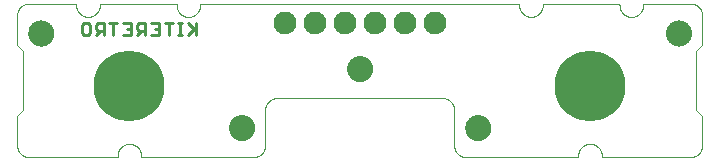
<source format=gbs>
G75*
%MOIN*%
%OFA0B0*%
%FSLAX25Y25*%
%IPPOS*%
%LPD*%
%AMOC8*
5,1,8,0,0,1.08239X$1,22.5*
%
%ADD10C,0.00000*%
%ADD11C,0.08468*%
%ADD12C,0.01000*%
%ADD13C,0.23622*%
%ADD14C,0.06106*%
%ADD15C,0.07600*%
D10*
X0007206Y0003269D02*
X0036733Y0003269D01*
X0036733Y0003761D01*
X0040670Y0007698D02*
X0040794Y0007696D01*
X0040917Y0007690D01*
X0041041Y0007681D01*
X0041163Y0007667D01*
X0041286Y0007650D01*
X0041408Y0007628D01*
X0041529Y0007603D01*
X0041649Y0007574D01*
X0041768Y0007542D01*
X0041887Y0007505D01*
X0042004Y0007465D01*
X0042119Y0007422D01*
X0042234Y0007374D01*
X0042346Y0007323D01*
X0042457Y0007269D01*
X0042567Y0007211D01*
X0042674Y0007150D01*
X0042780Y0007085D01*
X0042883Y0007017D01*
X0042984Y0006946D01*
X0043083Y0006872D01*
X0043180Y0006795D01*
X0043274Y0006714D01*
X0043365Y0006631D01*
X0043454Y0006545D01*
X0043540Y0006456D01*
X0043623Y0006365D01*
X0043704Y0006271D01*
X0043781Y0006174D01*
X0043855Y0006075D01*
X0043926Y0005974D01*
X0043994Y0005871D01*
X0044059Y0005765D01*
X0044120Y0005658D01*
X0044178Y0005548D01*
X0044232Y0005437D01*
X0044283Y0005325D01*
X0044331Y0005210D01*
X0044374Y0005095D01*
X0044414Y0004978D01*
X0044451Y0004859D01*
X0044483Y0004740D01*
X0044512Y0004620D01*
X0044537Y0004499D01*
X0044559Y0004377D01*
X0044576Y0004254D01*
X0044590Y0004132D01*
X0044599Y0004008D01*
X0044605Y0003885D01*
X0044607Y0003761D01*
X0044607Y0003269D01*
X0082009Y0003269D01*
X0082133Y0003271D01*
X0082256Y0003277D01*
X0082380Y0003286D01*
X0082502Y0003300D01*
X0082625Y0003317D01*
X0082747Y0003339D01*
X0082868Y0003364D01*
X0082988Y0003393D01*
X0083107Y0003425D01*
X0083226Y0003462D01*
X0083343Y0003502D01*
X0083458Y0003545D01*
X0083573Y0003593D01*
X0083685Y0003644D01*
X0083796Y0003698D01*
X0083906Y0003756D01*
X0084013Y0003817D01*
X0084119Y0003882D01*
X0084222Y0003950D01*
X0084323Y0004021D01*
X0084422Y0004095D01*
X0084519Y0004172D01*
X0084613Y0004253D01*
X0084704Y0004336D01*
X0084793Y0004422D01*
X0084879Y0004511D01*
X0084962Y0004602D01*
X0085043Y0004696D01*
X0085120Y0004793D01*
X0085194Y0004892D01*
X0085265Y0004993D01*
X0085333Y0005096D01*
X0085398Y0005202D01*
X0085459Y0005309D01*
X0085517Y0005419D01*
X0085571Y0005530D01*
X0085622Y0005642D01*
X0085670Y0005757D01*
X0085713Y0005872D01*
X0085753Y0005989D01*
X0085790Y0006108D01*
X0085822Y0006227D01*
X0085851Y0006347D01*
X0085876Y0006468D01*
X0085898Y0006590D01*
X0085915Y0006713D01*
X0085929Y0006835D01*
X0085938Y0006959D01*
X0085944Y0007082D01*
X0085946Y0007206D01*
X0085946Y0019017D01*
X0085948Y0019141D01*
X0085954Y0019264D01*
X0085963Y0019388D01*
X0085977Y0019510D01*
X0085994Y0019633D01*
X0086016Y0019755D01*
X0086041Y0019876D01*
X0086070Y0019996D01*
X0086102Y0020115D01*
X0086139Y0020234D01*
X0086179Y0020351D01*
X0086222Y0020466D01*
X0086270Y0020581D01*
X0086321Y0020693D01*
X0086375Y0020804D01*
X0086433Y0020914D01*
X0086494Y0021021D01*
X0086559Y0021127D01*
X0086627Y0021230D01*
X0086698Y0021331D01*
X0086772Y0021430D01*
X0086849Y0021527D01*
X0086930Y0021621D01*
X0087013Y0021712D01*
X0087099Y0021801D01*
X0087188Y0021887D01*
X0087279Y0021970D01*
X0087373Y0022051D01*
X0087470Y0022128D01*
X0087569Y0022202D01*
X0087670Y0022273D01*
X0087773Y0022341D01*
X0087879Y0022406D01*
X0087986Y0022467D01*
X0088096Y0022525D01*
X0088207Y0022579D01*
X0088319Y0022630D01*
X0088434Y0022678D01*
X0088549Y0022721D01*
X0088666Y0022761D01*
X0088785Y0022798D01*
X0088904Y0022830D01*
X0089024Y0022859D01*
X0089145Y0022884D01*
X0089267Y0022906D01*
X0089390Y0022923D01*
X0089512Y0022937D01*
X0089636Y0022946D01*
X0089759Y0022952D01*
X0089883Y0022954D01*
X0145001Y0022954D01*
X0145125Y0022952D01*
X0145248Y0022946D01*
X0145372Y0022937D01*
X0145494Y0022923D01*
X0145617Y0022906D01*
X0145739Y0022884D01*
X0145860Y0022859D01*
X0145980Y0022830D01*
X0146099Y0022798D01*
X0146218Y0022761D01*
X0146335Y0022721D01*
X0146450Y0022678D01*
X0146565Y0022630D01*
X0146677Y0022579D01*
X0146788Y0022525D01*
X0146898Y0022467D01*
X0147005Y0022406D01*
X0147111Y0022341D01*
X0147214Y0022273D01*
X0147315Y0022202D01*
X0147414Y0022128D01*
X0147511Y0022051D01*
X0147605Y0021970D01*
X0147696Y0021887D01*
X0147785Y0021801D01*
X0147871Y0021712D01*
X0147954Y0021621D01*
X0148035Y0021527D01*
X0148112Y0021430D01*
X0148186Y0021331D01*
X0148257Y0021230D01*
X0148325Y0021127D01*
X0148390Y0021021D01*
X0148451Y0020914D01*
X0148509Y0020804D01*
X0148563Y0020693D01*
X0148614Y0020581D01*
X0148662Y0020466D01*
X0148705Y0020351D01*
X0148745Y0020234D01*
X0148782Y0020115D01*
X0148814Y0019996D01*
X0148843Y0019876D01*
X0148868Y0019755D01*
X0148890Y0019633D01*
X0148907Y0019510D01*
X0148921Y0019388D01*
X0148930Y0019264D01*
X0148936Y0019141D01*
X0148938Y0019017D01*
X0148938Y0007206D01*
X0148940Y0007082D01*
X0148946Y0006959D01*
X0148955Y0006835D01*
X0148969Y0006713D01*
X0148986Y0006590D01*
X0149008Y0006468D01*
X0149033Y0006347D01*
X0149062Y0006227D01*
X0149094Y0006108D01*
X0149131Y0005989D01*
X0149171Y0005872D01*
X0149214Y0005757D01*
X0149262Y0005642D01*
X0149313Y0005530D01*
X0149367Y0005419D01*
X0149425Y0005309D01*
X0149486Y0005202D01*
X0149551Y0005096D01*
X0149619Y0004993D01*
X0149690Y0004892D01*
X0149764Y0004793D01*
X0149841Y0004696D01*
X0149922Y0004602D01*
X0150005Y0004511D01*
X0150091Y0004422D01*
X0150180Y0004336D01*
X0150271Y0004253D01*
X0150365Y0004172D01*
X0150462Y0004095D01*
X0150561Y0004021D01*
X0150662Y0003950D01*
X0150765Y0003882D01*
X0150871Y0003817D01*
X0150978Y0003756D01*
X0151088Y0003698D01*
X0151199Y0003644D01*
X0151311Y0003593D01*
X0151426Y0003545D01*
X0151541Y0003502D01*
X0151658Y0003462D01*
X0151777Y0003425D01*
X0151896Y0003393D01*
X0152016Y0003364D01*
X0152137Y0003339D01*
X0152259Y0003317D01*
X0152382Y0003300D01*
X0152504Y0003286D01*
X0152628Y0003277D01*
X0152751Y0003271D01*
X0152875Y0003269D01*
X0190276Y0003269D01*
X0190276Y0003761D01*
X0194213Y0007698D02*
X0194337Y0007696D01*
X0194460Y0007690D01*
X0194584Y0007681D01*
X0194706Y0007667D01*
X0194829Y0007650D01*
X0194951Y0007628D01*
X0195072Y0007603D01*
X0195192Y0007574D01*
X0195311Y0007542D01*
X0195430Y0007505D01*
X0195547Y0007465D01*
X0195662Y0007422D01*
X0195777Y0007374D01*
X0195889Y0007323D01*
X0196000Y0007269D01*
X0196110Y0007211D01*
X0196217Y0007150D01*
X0196323Y0007085D01*
X0196426Y0007017D01*
X0196527Y0006946D01*
X0196626Y0006872D01*
X0196723Y0006795D01*
X0196817Y0006714D01*
X0196908Y0006631D01*
X0196997Y0006545D01*
X0197083Y0006456D01*
X0197166Y0006365D01*
X0197247Y0006271D01*
X0197324Y0006174D01*
X0197398Y0006075D01*
X0197469Y0005974D01*
X0197537Y0005871D01*
X0197602Y0005765D01*
X0197663Y0005658D01*
X0197721Y0005548D01*
X0197775Y0005437D01*
X0197826Y0005325D01*
X0197874Y0005210D01*
X0197917Y0005095D01*
X0197957Y0004978D01*
X0197994Y0004859D01*
X0198026Y0004740D01*
X0198055Y0004620D01*
X0198080Y0004499D01*
X0198102Y0004377D01*
X0198119Y0004254D01*
X0198133Y0004132D01*
X0198142Y0004008D01*
X0198148Y0003885D01*
X0198150Y0003761D01*
X0198150Y0003269D01*
X0227678Y0003269D01*
X0227802Y0003271D01*
X0227925Y0003277D01*
X0228049Y0003286D01*
X0228171Y0003300D01*
X0228294Y0003317D01*
X0228416Y0003339D01*
X0228537Y0003364D01*
X0228657Y0003393D01*
X0228776Y0003425D01*
X0228895Y0003462D01*
X0229012Y0003502D01*
X0229127Y0003545D01*
X0229242Y0003593D01*
X0229354Y0003644D01*
X0229465Y0003698D01*
X0229575Y0003756D01*
X0229682Y0003817D01*
X0229788Y0003882D01*
X0229891Y0003950D01*
X0229992Y0004021D01*
X0230091Y0004095D01*
X0230188Y0004172D01*
X0230282Y0004253D01*
X0230373Y0004336D01*
X0230462Y0004422D01*
X0230548Y0004511D01*
X0230631Y0004602D01*
X0230712Y0004696D01*
X0230789Y0004793D01*
X0230863Y0004892D01*
X0230934Y0004993D01*
X0231002Y0005096D01*
X0231067Y0005202D01*
X0231128Y0005309D01*
X0231186Y0005419D01*
X0231240Y0005530D01*
X0231291Y0005642D01*
X0231339Y0005757D01*
X0231382Y0005872D01*
X0231422Y0005989D01*
X0231459Y0006108D01*
X0231491Y0006227D01*
X0231520Y0006347D01*
X0231545Y0006468D01*
X0231567Y0006590D01*
X0231584Y0006713D01*
X0231598Y0006835D01*
X0231607Y0006959D01*
X0231613Y0007082D01*
X0231615Y0007206D01*
X0231615Y0017048D01*
X0229646Y0019017D01*
X0229646Y0038702D01*
X0231615Y0040670D01*
X0231615Y0050513D01*
X0231613Y0050637D01*
X0231607Y0050760D01*
X0231598Y0050884D01*
X0231584Y0051006D01*
X0231567Y0051129D01*
X0231545Y0051251D01*
X0231520Y0051372D01*
X0231491Y0051492D01*
X0231459Y0051611D01*
X0231422Y0051730D01*
X0231382Y0051847D01*
X0231339Y0051962D01*
X0231291Y0052077D01*
X0231240Y0052189D01*
X0231186Y0052300D01*
X0231128Y0052410D01*
X0231067Y0052517D01*
X0231002Y0052623D01*
X0230934Y0052726D01*
X0230863Y0052827D01*
X0230789Y0052926D01*
X0230712Y0053023D01*
X0230631Y0053117D01*
X0230548Y0053208D01*
X0230462Y0053297D01*
X0230373Y0053383D01*
X0230282Y0053466D01*
X0230188Y0053547D01*
X0230091Y0053624D01*
X0229992Y0053698D01*
X0229891Y0053769D01*
X0229788Y0053837D01*
X0229682Y0053902D01*
X0229575Y0053963D01*
X0229465Y0054021D01*
X0229354Y0054075D01*
X0229242Y0054126D01*
X0229127Y0054174D01*
X0229012Y0054217D01*
X0228895Y0054257D01*
X0228776Y0054294D01*
X0228657Y0054326D01*
X0228537Y0054355D01*
X0228416Y0054380D01*
X0228294Y0054402D01*
X0228171Y0054419D01*
X0228049Y0054433D01*
X0227925Y0054442D01*
X0227802Y0054448D01*
X0227678Y0054450D01*
X0211930Y0054450D01*
X0211930Y0053957D01*
X0207993Y0050020D02*
X0207869Y0050022D01*
X0207746Y0050028D01*
X0207622Y0050037D01*
X0207500Y0050051D01*
X0207377Y0050068D01*
X0207255Y0050090D01*
X0207134Y0050115D01*
X0207014Y0050144D01*
X0206895Y0050176D01*
X0206776Y0050213D01*
X0206659Y0050253D01*
X0206544Y0050296D01*
X0206429Y0050344D01*
X0206317Y0050395D01*
X0206206Y0050449D01*
X0206096Y0050507D01*
X0205989Y0050568D01*
X0205883Y0050633D01*
X0205780Y0050701D01*
X0205679Y0050772D01*
X0205580Y0050846D01*
X0205483Y0050923D01*
X0205389Y0051004D01*
X0205298Y0051087D01*
X0205209Y0051173D01*
X0205123Y0051262D01*
X0205040Y0051353D01*
X0204959Y0051447D01*
X0204882Y0051544D01*
X0204808Y0051643D01*
X0204737Y0051744D01*
X0204669Y0051847D01*
X0204604Y0051953D01*
X0204543Y0052060D01*
X0204485Y0052170D01*
X0204431Y0052281D01*
X0204380Y0052393D01*
X0204332Y0052508D01*
X0204289Y0052623D01*
X0204249Y0052740D01*
X0204212Y0052859D01*
X0204180Y0052978D01*
X0204151Y0053098D01*
X0204126Y0053219D01*
X0204104Y0053341D01*
X0204087Y0053464D01*
X0204073Y0053586D01*
X0204064Y0053710D01*
X0204058Y0053833D01*
X0204056Y0053957D01*
X0204056Y0054450D01*
X0178465Y0054450D01*
X0178465Y0053957D01*
X0174528Y0050020D02*
X0174404Y0050022D01*
X0174281Y0050028D01*
X0174157Y0050037D01*
X0174035Y0050051D01*
X0173912Y0050068D01*
X0173790Y0050090D01*
X0173669Y0050115D01*
X0173549Y0050144D01*
X0173430Y0050176D01*
X0173311Y0050213D01*
X0173194Y0050253D01*
X0173079Y0050296D01*
X0172964Y0050344D01*
X0172852Y0050395D01*
X0172741Y0050449D01*
X0172631Y0050507D01*
X0172524Y0050568D01*
X0172418Y0050633D01*
X0172315Y0050701D01*
X0172214Y0050772D01*
X0172115Y0050846D01*
X0172018Y0050923D01*
X0171924Y0051004D01*
X0171833Y0051087D01*
X0171744Y0051173D01*
X0171658Y0051262D01*
X0171575Y0051353D01*
X0171494Y0051447D01*
X0171417Y0051544D01*
X0171343Y0051643D01*
X0171272Y0051744D01*
X0171204Y0051847D01*
X0171139Y0051953D01*
X0171078Y0052060D01*
X0171020Y0052170D01*
X0170966Y0052281D01*
X0170915Y0052393D01*
X0170867Y0052508D01*
X0170824Y0052623D01*
X0170784Y0052740D01*
X0170747Y0052859D01*
X0170715Y0052978D01*
X0170686Y0053098D01*
X0170661Y0053219D01*
X0170639Y0053341D01*
X0170622Y0053464D01*
X0170608Y0053586D01*
X0170599Y0053710D01*
X0170593Y0053833D01*
X0170591Y0053957D01*
X0170591Y0054450D01*
X0064292Y0054450D01*
X0064292Y0053957D01*
X0060355Y0050020D02*
X0060231Y0050022D01*
X0060108Y0050028D01*
X0059984Y0050037D01*
X0059862Y0050051D01*
X0059739Y0050068D01*
X0059617Y0050090D01*
X0059496Y0050115D01*
X0059376Y0050144D01*
X0059257Y0050176D01*
X0059138Y0050213D01*
X0059021Y0050253D01*
X0058906Y0050296D01*
X0058791Y0050344D01*
X0058679Y0050395D01*
X0058568Y0050449D01*
X0058458Y0050507D01*
X0058351Y0050568D01*
X0058245Y0050633D01*
X0058142Y0050701D01*
X0058041Y0050772D01*
X0057942Y0050846D01*
X0057845Y0050923D01*
X0057751Y0051004D01*
X0057660Y0051087D01*
X0057571Y0051173D01*
X0057485Y0051262D01*
X0057402Y0051353D01*
X0057321Y0051447D01*
X0057244Y0051544D01*
X0057170Y0051643D01*
X0057099Y0051744D01*
X0057031Y0051847D01*
X0056966Y0051953D01*
X0056905Y0052060D01*
X0056847Y0052170D01*
X0056793Y0052281D01*
X0056742Y0052393D01*
X0056694Y0052508D01*
X0056651Y0052623D01*
X0056611Y0052740D01*
X0056574Y0052859D01*
X0056542Y0052978D01*
X0056513Y0053098D01*
X0056488Y0053219D01*
X0056466Y0053341D01*
X0056449Y0053464D01*
X0056435Y0053586D01*
X0056426Y0053710D01*
X0056420Y0053833D01*
X0056418Y0053957D01*
X0056418Y0054450D01*
X0030828Y0054450D01*
X0030828Y0053957D01*
X0026891Y0050020D02*
X0026767Y0050022D01*
X0026644Y0050028D01*
X0026520Y0050037D01*
X0026398Y0050051D01*
X0026275Y0050068D01*
X0026153Y0050090D01*
X0026032Y0050115D01*
X0025912Y0050144D01*
X0025793Y0050176D01*
X0025674Y0050213D01*
X0025557Y0050253D01*
X0025442Y0050296D01*
X0025327Y0050344D01*
X0025215Y0050395D01*
X0025104Y0050449D01*
X0024994Y0050507D01*
X0024887Y0050568D01*
X0024781Y0050633D01*
X0024678Y0050701D01*
X0024577Y0050772D01*
X0024478Y0050846D01*
X0024381Y0050923D01*
X0024287Y0051004D01*
X0024196Y0051087D01*
X0024107Y0051173D01*
X0024021Y0051262D01*
X0023938Y0051353D01*
X0023857Y0051447D01*
X0023780Y0051544D01*
X0023706Y0051643D01*
X0023635Y0051744D01*
X0023567Y0051847D01*
X0023502Y0051953D01*
X0023441Y0052060D01*
X0023383Y0052170D01*
X0023329Y0052281D01*
X0023278Y0052393D01*
X0023230Y0052508D01*
X0023187Y0052623D01*
X0023147Y0052740D01*
X0023110Y0052859D01*
X0023078Y0052978D01*
X0023049Y0053098D01*
X0023024Y0053219D01*
X0023002Y0053341D01*
X0022985Y0053464D01*
X0022971Y0053586D01*
X0022962Y0053710D01*
X0022956Y0053833D01*
X0022954Y0053957D01*
X0022954Y0054450D01*
X0007206Y0054450D01*
X0007082Y0054448D01*
X0006959Y0054442D01*
X0006835Y0054433D01*
X0006713Y0054419D01*
X0006590Y0054402D01*
X0006468Y0054380D01*
X0006347Y0054355D01*
X0006227Y0054326D01*
X0006108Y0054294D01*
X0005989Y0054257D01*
X0005872Y0054217D01*
X0005757Y0054174D01*
X0005642Y0054126D01*
X0005530Y0054075D01*
X0005419Y0054021D01*
X0005309Y0053963D01*
X0005202Y0053902D01*
X0005096Y0053837D01*
X0004993Y0053769D01*
X0004892Y0053698D01*
X0004793Y0053624D01*
X0004696Y0053547D01*
X0004602Y0053466D01*
X0004511Y0053383D01*
X0004422Y0053297D01*
X0004336Y0053208D01*
X0004253Y0053117D01*
X0004172Y0053023D01*
X0004095Y0052926D01*
X0004021Y0052827D01*
X0003950Y0052726D01*
X0003882Y0052623D01*
X0003817Y0052517D01*
X0003756Y0052410D01*
X0003698Y0052300D01*
X0003644Y0052189D01*
X0003593Y0052077D01*
X0003545Y0051962D01*
X0003502Y0051847D01*
X0003462Y0051730D01*
X0003425Y0051611D01*
X0003393Y0051492D01*
X0003364Y0051372D01*
X0003339Y0051251D01*
X0003317Y0051129D01*
X0003300Y0051006D01*
X0003286Y0050884D01*
X0003277Y0050760D01*
X0003271Y0050637D01*
X0003269Y0050513D01*
X0003269Y0040670D01*
X0005237Y0038702D01*
X0005237Y0019017D01*
X0003269Y0017048D01*
X0003269Y0007206D01*
X0003271Y0007082D01*
X0003277Y0006959D01*
X0003286Y0006835D01*
X0003300Y0006713D01*
X0003317Y0006590D01*
X0003339Y0006468D01*
X0003364Y0006347D01*
X0003393Y0006227D01*
X0003425Y0006108D01*
X0003462Y0005989D01*
X0003502Y0005872D01*
X0003545Y0005757D01*
X0003593Y0005642D01*
X0003644Y0005530D01*
X0003698Y0005419D01*
X0003756Y0005309D01*
X0003817Y0005202D01*
X0003882Y0005096D01*
X0003950Y0004993D01*
X0004021Y0004892D01*
X0004095Y0004793D01*
X0004172Y0004696D01*
X0004253Y0004602D01*
X0004336Y0004511D01*
X0004422Y0004422D01*
X0004511Y0004336D01*
X0004602Y0004253D01*
X0004696Y0004172D01*
X0004793Y0004095D01*
X0004892Y0004021D01*
X0004993Y0003950D01*
X0005096Y0003882D01*
X0005202Y0003817D01*
X0005309Y0003756D01*
X0005419Y0003698D01*
X0005530Y0003644D01*
X0005642Y0003593D01*
X0005757Y0003545D01*
X0005872Y0003502D01*
X0005989Y0003462D01*
X0006108Y0003425D01*
X0006227Y0003393D01*
X0006347Y0003364D01*
X0006468Y0003339D01*
X0006590Y0003317D01*
X0006713Y0003300D01*
X0006835Y0003286D01*
X0006959Y0003277D01*
X0007082Y0003271D01*
X0007206Y0003269D01*
X0036733Y0003761D02*
X0036735Y0003885D01*
X0036741Y0004008D01*
X0036750Y0004132D01*
X0036764Y0004254D01*
X0036781Y0004377D01*
X0036803Y0004499D01*
X0036828Y0004620D01*
X0036857Y0004740D01*
X0036889Y0004859D01*
X0036926Y0004978D01*
X0036966Y0005095D01*
X0037009Y0005210D01*
X0037057Y0005325D01*
X0037108Y0005437D01*
X0037162Y0005548D01*
X0037220Y0005658D01*
X0037281Y0005765D01*
X0037346Y0005871D01*
X0037414Y0005974D01*
X0037485Y0006075D01*
X0037559Y0006174D01*
X0037636Y0006271D01*
X0037717Y0006365D01*
X0037800Y0006456D01*
X0037886Y0006545D01*
X0037975Y0006631D01*
X0038066Y0006714D01*
X0038160Y0006795D01*
X0038257Y0006872D01*
X0038356Y0006946D01*
X0038457Y0007017D01*
X0038560Y0007085D01*
X0038666Y0007150D01*
X0038773Y0007211D01*
X0038883Y0007269D01*
X0038994Y0007323D01*
X0039106Y0007374D01*
X0039221Y0007422D01*
X0039336Y0007465D01*
X0039453Y0007505D01*
X0039572Y0007542D01*
X0039691Y0007574D01*
X0039811Y0007603D01*
X0039932Y0007628D01*
X0040054Y0007650D01*
X0040177Y0007667D01*
X0040299Y0007681D01*
X0040423Y0007690D01*
X0040546Y0007696D01*
X0040670Y0007698D01*
X0073938Y0013111D02*
X0073940Y0013239D01*
X0073946Y0013367D01*
X0073956Y0013494D01*
X0073970Y0013622D01*
X0073987Y0013748D01*
X0074009Y0013874D01*
X0074035Y0014000D01*
X0074064Y0014124D01*
X0074097Y0014248D01*
X0074134Y0014370D01*
X0074175Y0014491D01*
X0074220Y0014611D01*
X0074268Y0014730D01*
X0074320Y0014847D01*
X0074376Y0014962D01*
X0074435Y0015076D01*
X0074497Y0015187D01*
X0074563Y0015297D01*
X0074632Y0015404D01*
X0074705Y0015510D01*
X0074781Y0015613D01*
X0074860Y0015713D01*
X0074942Y0015812D01*
X0075027Y0015907D01*
X0075115Y0016000D01*
X0075206Y0016090D01*
X0075299Y0016177D01*
X0075396Y0016262D01*
X0075494Y0016343D01*
X0075596Y0016421D01*
X0075699Y0016496D01*
X0075805Y0016568D01*
X0075913Y0016637D01*
X0076023Y0016702D01*
X0076136Y0016763D01*
X0076250Y0016822D01*
X0076365Y0016876D01*
X0076483Y0016927D01*
X0076601Y0016975D01*
X0076722Y0017018D01*
X0076843Y0017058D01*
X0076966Y0017094D01*
X0077090Y0017127D01*
X0077215Y0017155D01*
X0077340Y0017180D01*
X0077466Y0017200D01*
X0077593Y0017217D01*
X0077721Y0017230D01*
X0077848Y0017239D01*
X0077976Y0017244D01*
X0078104Y0017245D01*
X0078232Y0017242D01*
X0078360Y0017235D01*
X0078487Y0017224D01*
X0078614Y0017209D01*
X0078741Y0017191D01*
X0078867Y0017168D01*
X0078992Y0017141D01*
X0079116Y0017111D01*
X0079239Y0017077D01*
X0079362Y0017039D01*
X0079483Y0016997D01*
X0079602Y0016951D01*
X0079720Y0016902D01*
X0079837Y0016849D01*
X0079952Y0016793D01*
X0080065Y0016733D01*
X0080176Y0016670D01*
X0080285Y0016603D01*
X0080392Y0016533D01*
X0080497Y0016459D01*
X0080599Y0016383D01*
X0080699Y0016303D01*
X0080797Y0016220D01*
X0080892Y0016134D01*
X0080984Y0016045D01*
X0081073Y0015954D01*
X0081160Y0015860D01*
X0081243Y0015763D01*
X0081324Y0015663D01*
X0081401Y0015562D01*
X0081476Y0015457D01*
X0081547Y0015351D01*
X0081614Y0015242D01*
X0081679Y0015132D01*
X0081739Y0015019D01*
X0081797Y0014905D01*
X0081850Y0014789D01*
X0081900Y0014671D01*
X0081947Y0014552D01*
X0081990Y0014431D01*
X0082029Y0014309D01*
X0082064Y0014186D01*
X0082095Y0014062D01*
X0082123Y0013937D01*
X0082146Y0013811D01*
X0082166Y0013685D01*
X0082182Y0013558D01*
X0082194Y0013431D01*
X0082202Y0013303D01*
X0082206Y0013175D01*
X0082206Y0013047D01*
X0082202Y0012919D01*
X0082194Y0012791D01*
X0082182Y0012664D01*
X0082166Y0012537D01*
X0082146Y0012411D01*
X0082123Y0012285D01*
X0082095Y0012160D01*
X0082064Y0012036D01*
X0082029Y0011913D01*
X0081990Y0011791D01*
X0081947Y0011670D01*
X0081900Y0011551D01*
X0081850Y0011433D01*
X0081797Y0011317D01*
X0081739Y0011203D01*
X0081679Y0011090D01*
X0081614Y0010980D01*
X0081547Y0010871D01*
X0081476Y0010765D01*
X0081401Y0010660D01*
X0081324Y0010559D01*
X0081243Y0010459D01*
X0081160Y0010362D01*
X0081073Y0010268D01*
X0080984Y0010177D01*
X0080892Y0010088D01*
X0080797Y0010002D01*
X0080699Y0009919D01*
X0080599Y0009839D01*
X0080497Y0009763D01*
X0080392Y0009689D01*
X0080285Y0009619D01*
X0080176Y0009552D01*
X0080065Y0009489D01*
X0079952Y0009429D01*
X0079837Y0009373D01*
X0079720Y0009320D01*
X0079602Y0009271D01*
X0079483Y0009225D01*
X0079362Y0009183D01*
X0079239Y0009145D01*
X0079116Y0009111D01*
X0078992Y0009081D01*
X0078867Y0009054D01*
X0078741Y0009031D01*
X0078614Y0009013D01*
X0078487Y0008998D01*
X0078360Y0008987D01*
X0078232Y0008980D01*
X0078104Y0008977D01*
X0077976Y0008978D01*
X0077848Y0008983D01*
X0077721Y0008992D01*
X0077593Y0009005D01*
X0077466Y0009022D01*
X0077340Y0009042D01*
X0077215Y0009067D01*
X0077090Y0009095D01*
X0076966Y0009128D01*
X0076843Y0009164D01*
X0076722Y0009204D01*
X0076601Y0009247D01*
X0076483Y0009295D01*
X0076365Y0009346D01*
X0076250Y0009400D01*
X0076136Y0009459D01*
X0076023Y0009520D01*
X0075913Y0009585D01*
X0075805Y0009654D01*
X0075699Y0009726D01*
X0075596Y0009801D01*
X0075494Y0009879D01*
X0075396Y0009960D01*
X0075299Y0010045D01*
X0075206Y0010132D01*
X0075115Y0010222D01*
X0075027Y0010315D01*
X0074942Y0010410D01*
X0074860Y0010509D01*
X0074781Y0010609D01*
X0074705Y0010712D01*
X0074632Y0010818D01*
X0074563Y0010925D01*
X0074497Y0011035D01*
X0074435Y0011146D01*
X0074376Y0011260D01*
X0074320Y0011375D01*
X0074268Y0011492D01*
X0074220Y0011611D01*
X0074175Y0011731D01*
X0074134Y0011852D01*
X0074097Y0011974D01*
X0074064Y0012098D01*
X0074035Y0012222D01*
X0074009Y0012348D01*
X0073987Y0012474D01*
X0073970Y0012600D01*
X0073956Y0012728D01*
X0073946Y0012855D01*
X0073940Y0012983D01*
X0073938Y0013111D01*
X0037717Y0026891D02*
X0037719Y0026999D01*
X0037725Y0027108D01*
X0037735Y0027216D01*
X0037749Y0027323D01*
X0037767Y0027430D01*
X0037788Y0027537D01*
X0037814Y0027642D01*
X0037844Y0027747D01*
X0037877Y0027850D01*
X0037914Y0027952D01*
X0037955Y0028052D01*
X0037999Y0028151D01*
X0038048Y0028249D01*
X0038099Y0028344D01*
X0038154Y0028437D01*
X0038213Y0028529D01*
X0038275Y0028618D01*
X0038340Y0028705D01*
X0038408Y0028789D01*
X0038479Y0028871D01*
X0038553Y0028950D01*
X0038630Y0029026D01*
X0038710Y0029100D01*
X0038793Y0029170D01*
X0038878Y0029238D01*
X0038965Y0029302D01*
X0039055Y0029363D01*
X0039147Y0029421D01*
X0039241Y0029475D01*
X0039337Y0029526D01*
X0039434Y0029573D01*
X0039534Y0029617D01*
X0039635Y0029657D01*
X0039737Y0029693D01*
X0039840Y0029725D01*
X0039945Y0029754D01*
X0040051Y0029778D01*
X0040157Y0029799D01*
X0040264Y0029816D01*
X0040372Y0029829D01*
X0040480Y0029838D01*
X0040589Y0029843D01*
X0040697Y0029844D01*
X0040806Y0029841D01*
X0040914Y0029834D01*
X0041022Y0029823D01*
X0041129Y0029808D01*
X0041236Y0029789D01*
X0041342Y0029766D01*
X0041447Y0029740D01*
X0041552Y0029709D01*
X0041654Y0029675D01*
X0041756Y0029637D01*
X0041856Y0029595D01*
X0041955Y0029550D01*
X0042052Y0029501D01*
X0042146Y0029448D01*
X0042239Y0029392D01*
X0042330Y0029333D01*
X0042419Y0029270D01*
X0042505Y0029205D01*
X0042589Y0029136D01*
X0042670Y0029064D01*
X0042748Y0028989D01*
X0042824Y0028911D01*
X0042897Y0028830D01*
X0042967Y0028747D01*
X0043033Y0028662D01*
X0043097Y0028574D01*
X0043157Y0028483D01*
X0043214Y0028391D01*
X0043267Y0028296D01*
X0043317Y0028200D01*
X0043363Y0028102D01*
X0043406Y0028002D01*
X0043445Y0027901D01*
X0043480Y0027798D01*
X0043512Y0027695D01*
X0043539Y0027590D01*
X0043563Y0027484D01*
X0043583Y0027377D01*
X0043599Y0027270D01*
X0043611Y0027162D01*
X0043619Y0027054D01*
X0043623Y0026945D01*
X0043623Y0026837D01*
X0043619Y0026728D01*
X0043611Y0026620D01*
X0043599Y0026512D01*
X0043583Y0026405D01*
X0043563Y0026298D01*
X0043539Y0026192D01*
X0043512Y0026087D01*
X0043480Y0025984D01*
X0043445Y0025881D01*
X0043406Y0025780D01*
X0043363Y0025680D01*
X0043317Y0025582D01*
X0043267Y0025486D01*
X0043214Y0025391D01*
X0043157Y0025299D01*
X0043097Y0025208D01*
X0043033Y0025120D01*
X0042967Y0025035D01*
X0042897Y0024952D01*
X0042824Y0024871D01*
X0042748Y0024793D01*
X0042670Y0024718D01*
X0042589Y0024646D01*
X0042505Y0024577D01*
X0042419Y0024512D01*
X0042330Y0024449D01*
X0042239Y0024390D01*
X0042147Y0024334D01*
X0042052Y0024281D01*
X0041955Y0024232D01*
X0041856Y0024187D01*
X0041756Y0024145D01*
X0041654Y0024107D01*
X0041552Y0024073D01*
X0041447Y0024042D01*
X0041342Y0024016D01*
X0041236Y0023993D01*
X0041129Y0023974D01*
X0041022Y0023959D01*
X0040914Y0023948D01*
X0040806Y0023941D01*
X0040697Y0023938D01*
X0040589Y0023939D01*
X0040480Y0023944D01*
X0040372Y0023953D01*
X0040264Y0023966D01*
X0040157Y0023983D01*
X0040051Y0024004D01*
X0039945Y0024028D01*
X0039840Y0024057D01*
X0039737Y0024089D01*
X0039635Y0024125D01*
X0039534Y0024165D01*
X0039434Y0024209D01*
X0039337Y0024256D01*
X0039241Y0024307D01*
X0039147Y0024361D01*
X0039055Y0024419D01*
X0038965Y0024480D01*
X0038878Y0024544D01*
X0038793Y0024612D01*
X0038710Y0024682D01*
X0038630Y0024756D01*
X0038553Y0024832D01*
X0038479Y0024911D01*
X0038408Y0024993D01*
X0038340Y0025077D01*
X0038275Y0025164D01*
X0038213Y0025253D01*
X0038154Y0025345D01*
X0038099Y0025438D01*
X0038048Y0025533D01*
X0037999Y0025631D01*
X0037955Y0025730D01*
X0037914Y0025830D01*
X0037877Y0025932D01*
X0037844Y0026035D01*
X0037814Y0026140D01*
X0037788Y0026245D01*
X0037767Y0026352D01*
X0037749Y0026459D01*
X0037735Y0026566D01*
X0037725Y0026674D01*
X0037719Y0026783D01*
X0037717Y0026891D01*
X0007009Y0044607D02*
X0007011Y0044735D01*
X0007017Y0044863D01*
X0007027Y0044990D01*
X0007041Y0045118D01*
X0007058Y0045244D01*
X0007080Y0045370D01*
X0007106Y0045496D01*
X0007135Y0045620D01*
X0007168Y0045744D01*
X0007205Y0045866D01*
X0007246Y0045987D01*
X0007291Y0046107D01*
X0007339Y0046226D01*
X0007391Y0046343D01*
X0007447Y0046458D01*
X0007506Y0046572D01*
X0007568Y0046683D01*
X0007634Y0046793D01*
X0007703Y0046900D01*
X0007776Y0047006D01*
X0007852Y0047109D01*
X0007931Y0047209D01*
X0008013Y0047308D01*
X0008098Y0047403D01*
X0008186Y0047496D01*
X0008277Y0047586D01*
X0008370Y0047673D01*
X0008467Y0047758D01*
X0008565Y0047839D01*
X0008667Y0047917D01*
X0008770Y0047992D01*
X0008876Y0048064D01*
X0008984Y0048133D01*
X0009094Y0048198D01*
X0009207Y0048259D01*
X0009321Y0048318D01*
X0009436Y0048372D01*
X0009554Y0048423D01*
X0009672Y0048471D01*
X0009793Y0048514D01*
X0009914Y0048554D01*
X0010037Y0048590D01*
X0010161Y0048623D01*
X0010286Y0048651D01*
X0010411Y0048676D01*
X0010537Y0048696D01*
X0010664Y0048713D01*
X0010792Y0048726D01*
X0010919Y0048735D01*
X0011047Y0048740D01*
X0011175Y0048741D01*
X0011303Y0048738D01*
X0011431Y0048731D01*
X0011558Y0048720D01*
X0011685Y0048705D01*
X0011812Y0048687D01*
X0011938Y0048664D01*
X0012063Y0048637D01*
X0012187Y0048607D01*
X0012310Y0048573D01*
X0012433Y0048535D01*
X0012554Y0048493D01*
X0012673Y0048447D01*
X0012791Y0048398D01*
X0012908Y0048345D01*
X0013023Y0048289D01*
X0013136Y0048229D01*
X0013247Y0048166D01*
X0013356Y0048099D01*
X0013463Y0048029D01*
X0013568Y0047955D01*
X0013670Y0047879D01*
X0013770Y0047799D01*
X0013868Y0047716D01*
X0013963Y0047630D01*
X0014055Y0047541D01*
X0014144Y0047450D01*
X0014231Y0047356D01*
X0014314Y0047259D01*
X0014395Y0047159D01*
X0014472Y0047058D01*
X0014547Y0046953D01*
X0014618Y0046847D01*
X0014685Y0046738D01*
X0014750Y0046628D01*
X0014810Y0046515D01*
X0014868Y0046401D01*
X0014921Y0046285D01*
X0014971Y0046167D01*
X0015018Y0046048D01*
X0015061Y0045927D01*
X0015100Y0045805D01*
X0015135Y0045682D01*
X0015166Y0045558D01*
X0015194Y0045433D01*
X0015217Y0045307D01*
X0015237Y0045181D01*
X0015253Y0045054D01*
X0015265Y0044927D01*
X0015273Y0044799D01*
X0015277Y0044671D01*
X0015277Y0044543D01*
X0015273Y0044415D01*
X0015265Y0044287D01*
X0015253Y0044160D01*
X0015237Y0044033D01*
X0015217Y0043907D01*
X0015194Y0043781D01*
X0015166Y0043656D01*
X0015135Y0043532D01*
X0015100Y0043409D01*
X0015061Y0043287D01*
X0015018Y0043166D01*
X0014971Y0043047D01*
X0014921Y0042929D01*
X0014868Y0042813D01*
X0014810Y0042699D01*
X0014750Y0042586D01*
X0014685Y0042476D01*
X0014618Y0042367D01*
X0014547Y0042261D01*
X0014472Y0042156D01*
X0014395Y0042055D01*
X0014314Y0041955D01*
X0014231Y0041858D01*
X0014144Y0041764D01*
X0014055Y0041673D01*
X0013963Y0041584D01*
X0013868Y0041498D01*
X0013770Y0041415D01*
X0013670Y0041335D01*
X0013568Y0041259D01*
X0013463Y0041185D01*
X0013356Y0041115D01*
X0013247Y0041048D01*
X0013136Y0040985D01*
X0013023Y0040925D01*
X0012908Y0040869D01*
X0012791Y0040816D01*
X0012673Y0040767D01*
X0012554Y0040721D01*
X0012433Y0040679D01*
X0012310Y0040641D01*
X0012187Y0040607D01*
X0012063Y0040577D01*
X0011938Y0040550D01*
X0011812Y0040527D01*
X0011685Y0040509D01*
X0011558Y0040494D01*
X0011431Y0040483D01*
X0011303Y0040476D01*
X0011175Y0040473D01*
X0011047Y0040474D01*
X0010919Y0040479D01*
X0010792Y0040488D01*
X0010664Y0040501D01*
X0010537Y0040518D01*
X0010411Y0040538D01*
X0010286Y0040563D01*
X0010161Y0040591D01*
X0010037Y0040624D01*
X0009914Y0040660D01*
X0009793Y0040700D01*
X0009672Y0040743D01*
X0009554Y0040791D01*
X0009436Y0040842D01*
X0009321Y0040896D01*
X0009207Y0040955D01*
X0009094Y0041016D01*
X0008984Y0041081D01*
X0008876Y0041150D01*
X0008770Y0041222D01*
X0008667Y0041297D01*
X0008565Y0041375D01*
X0008467Y0041456D01*
X0008370Y0041541D01*
X0008277Y0041628D01*
X0008186Y0041718D01*
X0008098Y0041811D01*
X0008013Y0041906D01*
X0007931Y0042005D01*
X0007852Y0042105D01*
X0007776Y0042208D01*
X0007703Y0042314D01*
X0007634Y0042421D01*
X0007568Y0042531D01*
X0007506Y0042642D01*
X0007447Y0042756D01*
X0007391Y0042871D01*
X0007339Y0042988D01*
X0007291Y0043107D01*
X0007246Y0043227D01*
X0007205Y0043348D01*
X0007168Y0043470D01*
X0007135Y0043594D01*
X0007106Y0043718D01*
X0007080Y0043844D01*
X0007058Y0043970D01*
X0007041Y0044096D01*
X0007027Y0044224D01*
X0007017Y0044351D01*
X0007011Y0044479D01*
X0007009Y0044607D01*
X0026891Y0050020D02*
X0027015Y0050022D01*
X0027138Y0050028D01*
X0027262Y0050037D01*
X0027384Y0050051D01*
X0027507Y0050068D01*
X0027629Y0050090D01*
X0027750Y0050115D01*
X0027870Y0050144D01*
X0027989Y0050176D01*
X0028108Y0050213D01*
X0028225Y0050253D01*
X0028340Y0050296D01*
X0028455Y0050344D01*
X0028567Y0050395D01*
X0028678Y0050449D01*
X0028788Y0050507D01*
X0028895Y0050568D01*
X0029001Y0050633D01*
X0029104Y0050701D01*
X0029205Y0050772D01*
X0029304Y0050846D01*
X0029401Y0050923D01*
X0029495Y0051004D01*
X0029586Y0051087D01*
X0029675Y0051173D01*
X0029761Y0051262D01*
X0029844Y0051353D01*
X0029925Y0051447D01*
X0030002Y0051544D01*
X0030076Y0051643D01*
X0030147Y0051744D01*
X0030215Y0051847D01*
X0030280Y0051953D01*
X0030341Y0052060D01*
X0030399Y0052170D01*
X0030453Y0052281D01*
X0030504Y0052393D01*
X0030552Y0052508D01*
X0030595Y0052623D01*
X0030635Y0052740D01*
X0030672Y0052859D01*
X0030704Y0052978D01*
X0030733Y0053098D01*
X0030758Y0053219D01*
X0030780Y0053341D01*
X0030797Y0053464D01*
X0030811Y0053586D01*
X0030820Y0053710D01*
X0030826Y0053833D01*
X0030828Y0053957D01*
X0060355Y0050020D02*
X0060479Y0050022D01*
X0060602Y0050028D01*
X0060726Y0050037D01*
X0060848Y0050051D01*
X0060971Y0050068D01*
X0061093Y0050090D01*
X0061214Y0050115D01*
X0061334Y0050144D01*
X0061453Y0050176D01*
X0061572Y0050213D01*
X0061689Y0050253D01*
X0061804Y0050296D01*
X0061919Y0050344D01*
X0062031Y0050395D01*
X0062142Y0050449D01*
X0062252Y0050507D01*
X0062359Y0050568D01*
X0062465Y0050633D01*
X0062568Y0050701D01*
X0062669Y0050772D01*
X0062768Y0050846D01*
X0062865Y0050923D01*
X0062959Y0051004D01*
X0063050Y0051087D01*
X0063139Y0051173D01*
X0063225Y0051262D01*
X0063308Y0051353D01*
X0063389Y0051447D01*
X0063466Y0051544D01*
X0063540Y0051643D01*
X0063611Y0051744D01*
X0063679Y0051847D01*
X0063744Y0051953D01*
X0063805Y0052060D01*
X0063863Y0052170D01*
X0063917Y0052281D01*
X0063968Y0052393D01*
X0064016Y0052508D01*
X0064059Y0052623D01*
X0064099Y0052740D01*
X0064136Y0052859D01*
X0064168Y0052978D01*
X0064197Y0053098D01*
X0064222Y0053219D01*
X0064244Y0053341D01*
X0064261Y0053464D01*
X0064275Y0053586D01*
X0064284Y0053710D01*
X0064290Y0053833D01*
X0064292Y0053957D01*
X0113308Y0032796D02*
X0113310Y0032924D01*
X0113316Y0033052D01*
X0113326Y0033179D01*
X0113340Y0033307D01*
X0113357Y0033433D01*
X0113379Y0033559D01*
X0113405Y0033685D01*
X0113434Y0033809D01*
X0113467Y0033933D01*
X0113504Y0034055D01*
X0113545Y0034176D01*
X0113590Y0034296D01*
X0113638Y0034415D01*
X0113690Y0034532D01*
X0113746Y0034647D01*
X0113805Y0034761D01*
X0113867Y0034872D01*
X0113933Y0034982D01*
X0114002Y0035089D01*
X0114075Y0035195D01*
X0114151Y0035298D01*
X0114230Y0035398D01*
X0114312Y0035497D01*
X0114397Y0035592D01*
X0114485Y0035685D01*
X0114576Y0035775D01*
X0114669Y0035862D01*
X0114766Y0035947D01*
X0114864Y0036028D01*
X0114966Y0036106D01*
X0115069Y0036181D01*
X0115175Y0036253D01*
X0115283Y0036322D01*
X0115393Y0036387D01*
X0115506Y0036448D01*
X0115620Y0036507D01*
X0115735Y0036561D01*
X0115853Y0036612D01*
X0115971Y0036660D01*
X0116092Y0036703D01*
X0116213Y0036743D01*
X0116336Y0036779D01*
X0116460Y0036812D01*
X0116585Y0036840D01*
X0116710Y0036865D01*
X0116836Y0036885D01*
X0116963Y0036902D01*
X0117091Y0036915D01*
X0117218Y0036924D01*
X0117346Y0036929D01*
X0117474Y0036930D01*
X0117602Y0036927D01*
X0117730Y0036920D01*
X0117857Y0036909D01*
X0117984Y0036894D01*
X0118111Y0036876D01*
X0118237Y0036853D01*
X0118362Y0036826D01*
X0118486Y0036796D01*
X0118609Y0036762D01*
X0118732Y0036724D01*
X0118853Y0036682D01*
X0118972Y0036636D01*
X0119090Y0036587D01*
X0119207Y0036534D01*
X0119322Y0036478D01*
X0119435Y0036418D01*
X0119546Y0036355D01*
X0119655Y0036288D01*
X0119762Y0036218D01*
X0119867Y0036144D01*
X0119969Y0036068D01*
X0120069Y0035988D01*
X0120167Y0035905D01*
X0120262Y0035819D01*
X0120354Y0035730D01*
X0120443Y0035639D01*
X0120530Y0035545D01*
X0120613Y0035448D01*
X0120694Y0035348D01*
X0120771Y0035247D01*
X0120846Y0035142D01*
X0120917Y0035036D01*
X0120984Y0034927D01*
X0121049Y0034817D01*
X0121109Y0034704D01*
X0121167Y0034590D01*
X0121220Y0034474D01*
X0121270Y0034356D01*
X0121317Y0034237D01*
X0121360Y0034116D01*
X0121399Y0033994D01*
X0121434Y0033871D01*
X0121465Y0033747D01*
X0121493Y0033622D01*
X0121516Y0033496D01*
X0121536Y0033370D01*
X0121552Y0033243D01*
X0121564Y0033116D01*
X0121572Y0032988D01*
X0121576Y0032860D01*
X0121576Y0032732D01*
X0121572Y0032604D01*
X0121564Y0032476D01*
X0121552Y0032349D01*
X0121536Y0032222D01*
X0121516Y0032096D01*
X0121493Y0031970D01*
X0121465Y0031845D01*
X0121434Y0031721D01*
X0121399Y0031598D01*
X0121360Y0031476D01*
X0121317Y0031355D01*
X0121270Y0031236D01*
X0121220Y0031118D01*
X0121167Y0031002D01*
X0121109Y0030888D01*
X0121049Y0030775D01*
X0120984Y0030665D01*
X0120917Y0030556D01*
X0120846Y0030450D01*
X0120771Y0030345D01*
X0120694Y0030244D01*
X0120613Y0030144D01*
X0120530Y0030047D01*
X0120443Y0029953D01*
X0120354Y0029862D01*
X0120262Y0029773D01*
X0120167Y0029687D01*
X0120069Y0029604D01*
X0119969Y0029524D01*
X0119867Y0029448D01*
X0119762Y0029374D01*
X0119655Y0029304D01*
X0119546Y0029237D01*
X0119435Y0029174D01*
X0119322Y0029114D01*
X0119207Y0029058D01*
X0119090Y0029005D01*
X0118972Y0028956D01*
X0118853Y0028910D01*
X0118732Y0028868D01*
X0118609Y0028830D01*
X0118486Y0028796D01*
X0118362Y0028766D01*
X0118237Y0028739D01*
X0118111Y0028716D01*
X0117984Y0028698D01*
X0117857Y0028683D01*
X0117730Y0028672D01*
X0117602Y0028665D01*
X0117474Y0028662D01*
X0117346Y0028663D01*
X0117218Y0028668D01*
X0117091Y0028677D01*
X0116963Y0028690D01*
X0116836Y0028707D01*
X0116710Y0028727D01*
X0116585Y0028752D01*
X0116460Y0028780D01*
X0116336Y0028813D01*
X0116213Y0028849D01*
X0116092Y0028889D01*
X0115971Y0028932D01*
X0115853Y0028980D01*
X0115735Y0029031D01*
X0115620Y0029085D01*
X0115506Y0029144D01*
X0115393Y0029205D01*
X0115283Y0029270D01*
X0115175Y0029339D01*
X0115069Y0029411D01*
X0114966Y0029486D01*
X0114864Y0029564D01*
X0114766Y0029645D01*
X0114669Y0029730D01*
X0114576Y0029817D01*
X0114485Y0029907D01*
X0114397Y0030000D01*
X0114312Y0030095D01*
X0114230Y0030194D01*
X0114151Y0030294D01*
X0114075Y0030397D01*
X0114002Y0030503D01*
X0113933Y0030610D01*
X0113867Y0030720D01*
X0113805Y0030831D01*
X0113746Y0030945D01*
X0113690Y0031060D01*
X0113638Y0031177D01*
X0113590Y0031296D01*
X0113545Y0031416D01*
X0113504Y0031537D01*
X0113467Y0031659D01*
X0113434Y0031783D01*
X0113405Y0031907D01*
X0113379Y0032033D01*
X0113357Y0032159D01*
X0113340Y0032285D01*
X0113326Y0032413D01*
X0113316Y0032540D01*
X0113310Y0032668D01*
X0113308Y0032796D01*
X0152678Y0013111D02*
X0152680Y0013239D01*
X0152686Y0013367D01*
X0152696Y0013494D01*
X0152710Y0013622D01*
X0152727Y0013748D01*
X0152749Y0013874D01*
X0152775Y0014000D01*
X0152804Y0014124D01*
X0152837Y0014248D01*
X0152874Y0014370D01*
X0152915Y0014491D01*
X0152960Y0014611D01*
X0153008Y0014730D01*
X0153060Y0014847D01*
X0153116Y0014962D01*
X0153175Y0015076D01*
X0153237Y0015187D01*
X0153303Y0015297D01*
X0153372Y0015404D01*
X0153445Y0015510D01*
X0153521Y0015613D01*
X0153600Y0015713D01*
X0153682Y0015812D01*
X0153767Y0015907D01*
X0153855Y0016000D01*
X0153946Y0016090D01*
X0154039Y0016177D01*
X0154136Y0016262D01*
X0154234Y0016343D01*
X0154336Y0016421D01*
X0154439Y0016496D01*
X0154545Y0016568D01*
X0154653Y0016637D01*
X0154763Y0016702D01*
X0154876Y0016763D01*
X0154990Y0016822D01*
X0155105Y0016876D01*
X0155223Y0016927D01*
X0155341Y0016975D01*
X0155462Y0017018D01*
X0155583Y0017058D01*
X0155706Y0017094D01*
X0155830Y0017127D01*
X0155955Y0017155D01*
X0156080Y0017180D01*
X0156206Y0017200D01*
X0156333Y0017217D01*
X0156461Y0017230D01*
X0156588Y0017239D01*
X0156716Y0017244D01*
X0156844Y0017245D01*
X0156972Y0017242D01*
X0157100Y0017235D01*
X0157227Y0017224D01*
X0157354Y0017209D01*
X0157481Y0017191D01*
X0157607Y0017168D01*
X0157732Y0017141D01*
X0157856Y0017111D01*
X0157979Y0017077D01*
X0158102Y0017039D01*
X0158223Y0016997D01*
X0158342Y0016951D01*
X0158460Y0016902D01*
X0158577Y0016849D01*
X0158692Y0016793D01*
X0158805Y0016733D01*
X0158916Y0016670D01*
X0159025Y0016603D01*
X0159132Y0016533D01*
X0159237Y0016459D01*
X0159339Y0016383D01*
X0159439Y0016303D01*
X0159537Y0016220D01*
X0159632Y0016134D01*
X0159724Y0016045D01*
X0159813Y0015954D01*
X0159900Y0015860D01*
X0159983Y0015763D01*
X0160064Y0015663D01*
X0160141Y0015562D01*
X0160216Y0015457D01*
X0160287Y0015351D01*
X0160354Y0015242D01*
X0160419Y0015132D01*
X0160479Y0015019D01*
X0160537Y0014905D01*
X0160590Y0014789D01*
X0160640Y0014671D01*
X0160687Y0014552D01*
X0160730Y0014431D01*
X0160769Y0014309D01*
X0160804Y0014186D01*
X0160835Y0014062D01*
X0160863Y0013937D01*
X0160886Y0013811D01*
X0160906Y0013685D01*
X0160922Y0013558D01*
X0160934Y0013431D01*
X0160942Y0013303D01*
X0160946Y0013175D01*
X0160946Y0013047D01*
X0160942Y0012919D01*
X0160934Y0012791D01*
X0160922Y0012664D01*
X0160906Y0012537D01*
X0160886Y0012411D01*
X0160863Y0012285D01*
X0160835Y0012160D01*
X0160804Y0012036D01*
X0160769Y0011913D01*
X0160730Y0011791D01*
X0160687Y0011670D01*
X0160640Y0011551D01*
X0160590Y0011433D01*
X0160537Y0011317D01*
X0160479Y0011203D01*
X0160419Y0011090D01*
X0160354Y0010980D01*
X0160287Y0010871D01*
X0160216Y0010765D01*
X0160141Y0010660D01*
X0160064Y0010559D01*
X0159983Y0010459D01*
X0159900Y0010362D01*
X0159813Y0010268D01*
X0159724Y0010177D01*
X0159632Y0010088D01*
X0159537Y0010002D01*
X0159439Y0009919D01*
X0159339Y0009839D01*
X0159237Y0009763D01*
X0159132Y0009689D01*
X0159025Y0009619D01*
X0158916Y0009552D01*
X0158805Y0009489D01*
X0158692Y0009429D01*
X0158577Y0009373D01*
X0158460Y0009320D01*
X0158342Y0009271D01*
X0158223Y0009225D01*
X0158102Y0009183D01*
X0157979Y0009145D01*
X0157856Y0009111D01*
X0157732Y0009081D01*
X0157607Y0009054D01*
X0157481Y0009031D01*
X0157354Y0009013D01*
X0157227Y0008998D01*
X0157100Y0008987D01*
X0156972Y0008980D01*
X0156844Y0008977D01*
X0156716Y0008978D01*
X0156588Y0008983D01*
X0156461Y0008992D01*
X0156333Y0009005D01*
X0156206Y0009022D01*
X0156080Y0009042D01*
X0155955Y0009067D01*
X0155830Y0009095D01*
X0155706Y0009128D01*
X0155583Y0009164D01*
X0155462Y0009204D01*
X0155341Y0009247D01*
X0155223Y0009295D01*
X0155105Y0009346D01*
X0154990Y0009400D01*
X0154876Y0009459D01*
X0154763Y0009520D01*
X0154653Y0009585D01*
X0154545Y0009654D01*
X0154439Y0009726D01*
X0154336Y0009801D01*
X0154234Y0009879D01*
X0154136Y0009960D01*
X0154039Y0010045D01*
X0153946Y0010132D01*
X0153855Y0010222D01*
X0153767Y0010315D01*
X0153682Y0010410D01*
X0153600Y0010509D01*
X0153521Y0010609D01*
X0153445Y0010712D01*
X0153372Y0010818D01*
X0153303Y0010925D01*
X0153237Y0011035D01*
X0153175Y0011146D01*
X0153116Y0011260D01*
X0153060Y0011375D01*
X0153008Y0011492D01*
X0152960Y0011611D01*
X0152915Y0011731D01*
X0152874Y0011852D01*
X0152837Y0011974D01*
X0152804Y0012098D01*
X0152775Y0012222D01*
X0152749Y0012348D01*
X0152727Y0012474D01*
X0152710Y0012600D01*
X0152696Y0012728D01*
X0152686Y0012855D01*
X0152680Y0012983D01*
X0152678Y0013111D01*
X0190276Y0003761D02*
X0190278Y0003885D01*
X0190284Y0004008D01*
X0190293Y0004132D01*
X0190307Y0004254D01*
X0190324Y0004377D01*
X0190346Y0004499D01*
X0190371Y0004620D01*
X0190400Y0004740D01*
X0190432Y0004859D01*
X0190469Y0004978D01*
X0190509Y0005095D01*
X0190552Y0005210D01*
X0190600Y0005325D01*
X0190651Y0005437D01*
X0190705Y0005548D01*
X0190763Y0005658D01*
X0190824Y0005765D01*
X0190889Y0005871D01*
X0190957Y0005974D01*
X0191028Y0006075D01*
X0191102Y0006174D01*
X0191179Y0006271D01*
X0191260Y0006365D01*
X0191343Y0006456D01*
X0191429Y0006545D01*
X0191518Y0006631D01*
X0191609Y0006714D01*
X0191703Y0006795D01*
X0191800Y0006872D01*
X0191899Y0006946D01*
X0192000Y0007017D01*
X0192103Y0007085D01*
X0192209Y0007150D01*
X0192316Y0007211D01*
X0192426Y0007269D01*
X0192537Y0007323D01*
X0192649Y0007374D01*
X0192764Y0007422D01*
X0192879Y0007465D01*
X0192996Y0007505D01*
X0193115Y0007542D01*
X0193234Y0007574D01*
X0193354Y0007603D01*
X0193475Y0007628D01*
X0193597Y0007650D01*
X0193720Y0007667D01*
X0193842Y0007681D01*
X0193966Y0007690D01*
X0194089Y0007696D01*
X0194213Y0007698D01*
X0191260Y0026891D02*
X0191262Y0026999D01*
X0191268Y0027108D01*
X0191278Y0027216D01*
X0191292Y0027323D01*
X0191310Y0027430D01*
X0191331Y0027537D01*
X0191357Y0027642D01*
X0191387Y0027747D01*
X0191420Y0027850D01*
X0191457Y0027952D01*
X0191498Y0028052D01*
X0191542Y0028151D01*
X0191591Y0028249D01*
X0191642Y0028344D01*
X0191697Y0028437D01*
X0191756Y0028529D01*
X0191818Y0028618D01*
X0191883Y0028705D01*
X0191951Y0028789D01*
X0192022Y0028871D01*
X0192096Y0028950D01*
X0192173Y0029026D01*
X0192253Y0029100D01*
X0192336Y0029170D01*
X0192421Y0029238D01*
X0192508Y0029302D01*
X0192598Y0029363D01*
X0192690Y0029421D01*
X0192784Y0029475D01*
X0192880Y0029526D01*
X0192977Y0029573D01*
X0193077Y0029617D01*
X0193178Y0029657D01*
X0193280Y0029693D01*
X0193383Y0029725D01*
X0193488Y0029754D01*
X0193594Y0029778D01*
X0193700Y0029799D01*
X0193807Y0029816D01*
X0193915Y0029829D01*
X0194023Y0029838D01*
X0194132Y0029843D01*
X0194240Y0029844D01*
X0194349Y0029841D01*
X0194457Y0029834D01*
X0194565Y0029823D01*
X0194672Y0029808D01*
X0194779Y0029789D01*
X0194885Y0029766D01*
X0194990Y0029740D01*
X0195095Y0029709D01*
X0195197Y0029675D01*
X0195299Y0029637D01*
X0195399Y0029595D01*
X0195498Y0029550D01*
X0195595Y0029501D01*
X0195689Y0029448D01*
X0195782Y0029392D01*
X0195873Y0029333D01*
X0195962Y0029270D01*
X0196048Y0029205D01*
X0196132Y0029136D01*
X0196213Y0029064D01*
X0196291Y0028989D01*
X0196367Y0028911D01*
X0196440Y0028830D01*
X0196510Y0028747D01*
X0196576Y0028662D01*
X0196640Y0028574D01*
X0196700Y0028483D01*
X0196757Y0028391D01*
X0196810Y0028296D01*
X0196860Y0028200D01*
X0196906Y0028102D01*
X0196949Y0028002D01*
X0196988Y0027901D01*
X0197023Y0027798D01*
X0197055Y0027695D01*
X0197082Y0027590D01*
X0197106Y0027484D01*
X0197126Y0027377D01*
X0197142Y0027270D01*
X0197154Y0027162D01*
X0197162Y0027054D01*
X0197166Y0026945D01*
X0197166Y0026837D01*
X0197162Y0026728D01*
X0197154Y0026620D01*
X0197142Y0026512D01*
X0197126Y0026405D01*
X0197106Y0026298D01*
X0197082Y0026192D01*
X0197055Y0026087D01*
X0197023Y0025984D01*
X0196988Y0025881D01*
X0196949Y0025780D01*
X0196906Y0025680D01*
X0196860Y0025582D01*
X0196810Y0025486D01*
X0196757Y0025391D01*
X0196700Y0025299D01*
X0196640Y0025208D01*
X0196576Y0025120D01*
X0196510Y0025035D01*
X0196440Y0024952D01*
X0196367Y0024871D01*
X0196291Y0024793D01*
X0196213Y0024718D01*
X0196132Y0024646D01*
X0196048Y0024577D01*
X0195962Y0024512D01*
X0195873Y0024449D01*
X0195782Y0024390D01*
X0195690Y0024334D01*
X0195595Y0024281D01*
X0195498Y0024232D01*
X0195399Y0024187D01*
X0195299Y0024145D01*
X0195197Y0024107D01*
X0195095Y0024073D01*
X0194990Y0024042D01*
X0194885Y0024016D01*
X0194779Y0023993D01*
X0194672Y0023974D01*
X0194565Y0023959D01*
X0194457Y0023948D01*
X0194349Y0023941D01*
X0194240Y0023938D01*
X0194132Y0023939D01*
X0194023Y0023944D01*
X0193915Y0023953D01*
X0193807Y0023966D01*
X0193700Y0023983D01*
X0193594Y0024004D01*
X0193488Y0024028D01*
X0193383Y0024057D01*
X0193280Y0024089D01*
X0193178Y0024125D01*
X0193077Y0024165D01*
X0192977Y0024209D01*
X0192880Y0024256D01*
X0192784Y0024307D01*
X0192690Y0024361D01*
X0192598Y0024419D01*
X0192508Y0024480D01*
X0192421Y0024544D01*
X0192336Y0024612D01*
X0192253Y0024682D01*
X0192173Y0024756D01*
X0192096Y0024832D01*
X0192022Y0024911D01*
X0191951Y0024993D01*
X0191883Y0025077D01*
X0191818Y0025164D01*
X0191756Y0025253D01*
X0191697Y0025345D01*
X0191642Y0025438D01*
X0191591Y0025533D01*
X0191542Y0025631D01*
X0191498Y0025730D01*
X0191457Y0025830D01*
X0191420Y0025932D01*
X0191387Y0026035D01*
X0191357Y0026140D01*
X0191331Y0026245D01*
X0191310Y0026352D01*
X0191292Y0026459D01*
X0191278Y0026566D01*
X0191268Y0026674D01*
X0191262Y0026783D01*
X0191260Y0026891D01*
X0219607Y0044607D02*
X0219609Y0044735D01*
X0219615Y0044863D01*
X0219625Y0044990D01*
X0219639Y0045118D01*
X0219656Y0045244D01*
X0219678Y0045370D01*
X0219704Y0045496D01*
X0219733Y0045620D01*
X0219766Y0045744D01*
X0219803Y0045866D01*
X0219844Y0045987D01*
X0219889Y0046107D01*
X0219937Y0046226D01*
X0219989Y0046343D01*
X0220045Y0046458D01*
X0220104Y0046572D01*
X0220166Y0046683D01*
X0220232Y0046793D01*
X0220301Y0046900D01*
X0220374Y0047006D01*
X0220450Y0047109D01*
X0220529Y0047209D01*
X0220611Y0047308D01*
X0220696Y0047403D01*
X0220784Y0047496D01*
X0220875Y0047586D01*
X0220968Y0047673D01*
X0221065Y0047758D01*
X0221163Y0047839D01*
X0221265Y0047917D01*
X0221368Y0047992D01*
X0221474Y0048064D01*
X0221582Y0048133D01*
X0221692Y0048198D01*
X0221805Y0048259D01*
X0221919Y0048318D01*
X0222034Y0048372D01*
X0222152Y0048423D01*
X0222270Y0048471D01*
X0222391Y0048514D01*
X0222512Y0048554D01*
X0222635Y0048590D01*
X0222759Y0048623D01*
X0222884Y0048651D01*
X0223009Y0048676D01*
X0223135Y0048696D01*
X0223262Y0048713D01*
X0223390Y0048726D01*
X0223517Y0048735D01*
X0223645Y0048740D01*
X0223773Y0048741D01*
X0223901Y0048738D01*
X0224029Y0048731D01*
X0224156Y0048720D01*
X0224283Y0048705D01*
X0224410Y0048687D01*
X0224536Y0048664D01*
X0224661Y0048637D01*
X0224785Y0048607D01*
X0224908Y0048573D01*
X0225031Y0048535D01*
X0225152Y0048493D01*
X0225271Y0048447D01*
X0225389Y0048398D01*
X0225506Y0048345D01*
X0225621Y0048289D01*
X0225734Y0048229D01*
X0225845Y0048166D01*
X0225954Y0048099D01*
X0226061Y0048029D01*
X0226166Y0047955D01*
X0226268Y0047879D01*
X0226368Y0047799D01*
X0226466Y0047716D01*
X0226561Y0047630D01*
X0226653Y0047541D01*
X0226742Y0047450D01*
X0226829Y0047356D01*
X0226912Y0047259D01*
X0226993Y0047159D01*
X0227070Y0047058D01*
X0227145Y0046953D01*
X0227216Y0046847D01*
X0227283Y0046738D01*
X0227348Y0046628D01*
X0227408Y0046515D01*
X0227466Y0046401D01*
X0227519Y0046285D01*
X0227569Y0046167D01*
X0227616Y0046048D01*
X0227659Y0045927D01*
X0227698Y0045805D01*
X0227733Y0045682D01*
X0227764Y0045558D01*
X0227792Y0045433D01*
X0227815Y0045307D01*
X0227835Y0045181D01*
X0227851Y0045054D01*
X0227863Y0044927D01*
X0227871Y0044799D01*
X0227875Y0044671D01*
X0227875Y0044543D01*
X0227871Y0044415D01*
X0227863Y0044287D01*
X0227851Y0044160D01*
X0227835Y0044033D01*
X0227815Y0043907D01*
X0227792Y0043781D01*
X0227764Y0043656D01*
X0227733Y0043532D01*
X0227698Y0043409D01*
X0227659Y0043287D01*
X0227616Y0043166D01*
X0227569Y0043047D01*
X0227519Y0042929D01*
X0227466Y0042813D01*
X0227408Y0042699D01*
X0227348Y0042586D01*
X0227283Y0042476D01*
X0227216Y0042367D01*
X0227145Y0042261D01*
X0227070Y0042156D01*
X0226993Y0042055D01*
X0226912Y0041955D01*
X0226829Y0041858D01*
X0226742Y0041764D01*
X0226653Y0041673D01*
X0226561Y0041584D01*
X0226466Y0041498D01*
X0226368Y0041415D01*
X0226268Y0041335D01*
X0226166Y0041259D01*
X0226061Y0041185D01*
X0225954Y0041115D01*
X0225845Y0041048D01*
X0225734Y0040985D01*
X0225621Y0040925D01*
X0225506Y0040869D01*
X0225389Y0040816D01*
X0225271Y0040767D01*
X0225152Y0040721D01*
X0225031Y0040679D01*
X0224908Y0040641D01*
X0224785Y0040607D01*
X0224661Y0040577D01*
X0224536Y0040550D01*
X0224410Y0040527D01*
X0224283Y0040509D01*
X0224156Y0040494D01*
X0224029Y0040483D01*
X0223901Y0040476D01*
X0223773Y0040473D01*
X0223645Y0040474D01*
X0223517Y0040479D01*
X0223390Y0040488D01*
X0223262Y0040501D01*
X0223135Y0040518D01*
X0223009Y0040538D01*
X0222884Y0040563D01*
X0222759Y0040591D01*
X0222635Y0040624D01*
X0222512Y0040660D01*
X0222391Y0040700D01*
X0222270Y0040743D01*
X0222152Y0040791D01*
X0222034Y0040842D01*
X0221919Y0040896D01*
X0221805Y0040955D01*
X0221692Y0041016D01*
X0221582Y0041081D01*
X0221474Y0041150D01*
X0221368Y0041222D01*
X0221265Y0041297D01*
X0221163Y0041375D01*
X0221065Y0041456D01*
X0220968Y0041541D01*
X0220875Y0041628D01*
X0220784Y0041718D01*
X0220696Y0041811D01*
X0220611Y0041906D01*
X0220529Y0042005D01*
X0220450Y0042105D01*
X0220374Y0042208D01*
X0220301Y0042314D01*
X0220232Y0042421D01*
X0220166Y0042531D01*
X0220104Y0042642D01*
X0220045Y0042756D01*
X0219989Y0042871D01*
X0219937Y0042988D01*
X0219889Y0043107D01*
X0219844Y0043227D01*
X0219803Y0043348D01*
X0219766Y0043470D01*
X0219733Y0043594D01*
X0219704Y0043718D01*
X0219678Y0043844D01*
X0219656Y0043970D01*
X0219639Y0044096D01*
X0219625Y0044224D01*
X0219615Y0044351D01*
X0219609Y0044479D01*
X0219607Y0044607D01*
X0211930Y0053957D02*
X0211928Y0053833D01*
X0211922Y0053710D01*
X0211913Y0053586D01*
X0211899Y0053464D01*
X0211882Y0053341D01*
X0211860Y0053219D01*
X0211835Y0053098D01*
X0211806Y0052978D01*
X0211774Y0052859D01*
X0211737Y0052740D01*
X0211697Y0052623D01*
X0211654Y0052508D01*
X0211606Y0052393D01*
X0211555Y0052281D01*
X0211501Y0052170D01*
X0211443Y0052060D01*
X0211382Y0051953D01*
X0211317Y0051847D01*
X0211249Y0051744D01*
X0211178Y0051643D01*
X0211104Y0051544D01*
X0211027Y0051447D01*
X0210946Y0051353D01*
X0210863Y0051262D01*
X0210777Y0051173D01*
X0210688Y0051087D01*
X0210597Y0051004D01*
X0210503Y0050923D01*
X0210406Y0050846D01*
X0210307Y0050772D01*
X0210206Y0050701D01*
X0210103Y0050633D01*
X0209997Y0050568D01*
X0209890Y0050507D01*
X0209780Y0050449D01*
X0209669Y0050395D01*
X0209557Y0050344D01*
X0209442Y0050296D01*
X0209327Y0050253D01*
X0209210Y0050213D01*
X0209091Y0050176D01*
X0208972Y0050144D01*
X0208852Y0050115D01*
X0208731Y0050090D01*
X0208609Y0050068D01*
X0208486Y0050051D01*
X0208364Y0050037D01*
X0208240Y0050028D01*
X0208117Y0050022D01*
X0207993Y0050020D01*
X0178465Y0053957D02*
X0178463Y0053833D01*
X0178457Y0053710D01*
X0178448Y0053586D01*
X0178434Y0053464D01*
X0178417Y0053341D01*
X0178395Y0053219D01*
X0178370Y0053098D01*
X0178341Y0052978D01*
X0178309Y0052859D01*
X0178272Y0052740D01*
X0178232Y0052623D01*
X0178189Y0052508D01*
X0178141Y0052393D01*
X0178090Y0052281D01*
X0178036Y0052170D01*
X0177978Y0052060D01*
X0177917Y0051953D01*
X0177852Y0051847D01*
X0177784Y0051744D01*
X0177713Y0051643D01*
X0177639Y0051544D01*
X0177562Y0051447D01*
X0177481Y0051353D01*
X0177398Y0051262D01*
X0177312Y0051173D01*
X0177223Y0051087D01*
X0177132Y0051004D01*
X0177038Y0050923D01*
X0176941Y0050846D01*
X0176842Y0050772D01*
X0176741Y0050701D01*
X0176638Y0050633D01*
X0176532Y0050568D01*
X0176425Y0050507D01*
X0176315Y0050449D01*
X0176204Y0050395D01*
X0176092Y0050344D01*
X0175977Y0050296D01*
X0175862Y0050253D01*
X0175745Y0050213D01*
X0175626Y0050176D01*
X0175507Y0050144D01*
X0175387Y0050115D01*
X0175266Y0050090D01*
X0175144Y0050068D01*
X0175021Y0050051D01*
X0174899Y0050037D01*
X0174775Y0050028D01*
X0174652Y0050022D01*
X0174528Y0050020D01*
D11*
X0223741Y0044607D03*
X0117442Y0032796D03*
X0156812Y0013111D03*
X0078072Y0013111D03*
X0011143Y0044607D03*
D12*
X0024842Y0044790D02*
X0025509Y0044123D01*
X0026844Y0044123D01*
X0027511Y0044790D01*
X0027511Y0047459D01*
X0026844Y0048126D01*
X0025509Y0048126D01*
X0024842Y0047459D01*
X0024842Y0044790D01*
X0029446Y0044123D02*
X0030781Y0045457D01*
X0030113Y0045457D02*
X0032115Y0045457D01*
X0030113Y0045457D02*
X0029446Y0046125D01*
X0029446Y0047459D01*
X0030113Y0048126D01*
X0032115Y0048126D01*
X0032115Y0044123D01*
X0035384Y0044123D02*
X0035384Y0048126D01*
X0034050Y0048126D02*
X0036719Y0048126D01*
X0038654Y0048126D02*
X0041323Y0048126D01*
X0041323Y0044123D01*
X0038654Y0044123D01*
X0043258Y0044123D02*
X0044592Y0045457D01*
X0043925Y0045457D02*
X0045927Y0045457D01*
X0043925Y0045457D02*
X0043258Y0046125D01*
X0043258Y0047459D01*
X0043925Y0048126D01*
X0045927Y0048126D01*
X0045927Y0044123D01*
X0047862Y0044123D02*
X0050531Y0044123D01*
X0050531Y0048126D01*
X0047862Y0048126D01*
X0052466Y0048126D02*
X0055135Y0048126D01*
X0053800Y0048126D02*
X0053800Y0044123D01*
X0056869Y0044123D02*
X0058204Y0044123D01*
X0057537Y0044123D02*
X0057537Y0048126D01*
X0058204Y0048126D02*
X0056869Y0048126D01*
X0060139Y0048126D02*
X0062808Y0045457D01*
X0062141Y0046125D02*
X0060139Y0044123D01*
X0062808Y0044123D02*
X0062808Y0048126D01*
X0050531Y0046125D02*
X0049196Y0046125D01*
X0041323Y0046125D02*
X0039988Y0046125D01*
D13*
X0040670Y0026891D03*
X0194213Y0026891D03*
D14*
X0194213Y0026891D03*
X0040670Y0026891D03*
D15*
X0092442Y0048052D03*
X0102442Y0048052D03*
X0112442Y0048052D03*
X0122442Y0048052D03*
X0132442Y0048052D03*
X0142442Y0048052D03*
M02*

</source>
